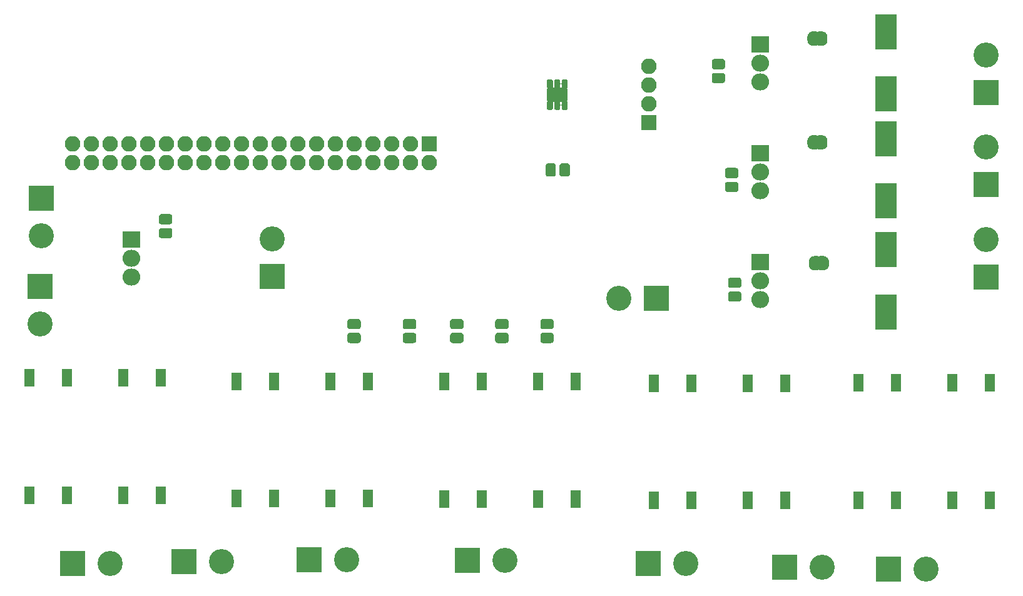
<source format=gbr>
G04 #@! TF.GenerationSoftware,KiCad,Pcbnew,(5.0.0)*
G04 #@! TF.CreationDate,2021-03-26T16:55:41-04:00*
G04 #@! TF.ProjectId,Projet_ControlledEnvironment,50726F6A65745F436F6E74726F6C6C65,2.0*
G04 #@! TF.SameCoordinates,Original*
G04 #@! TF.FileFunction,Soldermask,Top*
G04 #@! TF.FilePolarity,Negative*
%FSLAX46Y46*%
G04 Gerber Fmt 4.6, Leading zero omitted, Abs format (unit mm)*
G04 Created by KiCad (PCBNEW (5.0.0)) date 03/26/21 16:55:41*
%MOMM*%
%LPD*%
G01*
G04 APERTURE LIST*
%ADD10O,2.400000X2.305000*%
%ADD11R,2.400000X2.305000*%
%ADD12R,2.900000X4.800000*%
%ADD13R,1.350000X2.400000*%
%ADD14O,2.100000X2.100000*%
%ADD15R,2.100000X2.100000*%
%ADD16C,3.400000*%
%ADD17R,3.400000X3.400000*%
%ADD18C,0.100000*%
%ADD19C,1.375000*%
%ADD20C,1.900000*%
%ADD21C,0.800000*%
%ADD22C,0.500000*%
G04 APERTURE END LIST*
D10*
G04 #@! TO.C,U209*
X77400000Y-78480000D03*
X77400000Y-75940000D03*
D11*
X77400000Y-73400000D03*
G04 #@! TD*
D12*
G04 #@! TO.C,C203*
X179500000Y-74800000D03*
X179500000Y-83200000D03*
G04 #@! TD*
G04 #@! TO.C,C201*
X179500000Y-53700000D03*
X179500000Y-45300000D03*
G04 #@! TD*
G04 #@! TO.C,C202*
X179500000Y-59800000D03*
X179500000Y-68200000D03*
G04 #@! TD*
D10*
G04 #@! TO.C,U203*
X162500000Y-81580000D03*
X162500000Y-79040000D03*
D11*
X162500000Y-76500000D03*
G04 #@! TD*
D13*
G04 #@! TO.C,U205*
X81340000Y-108000000D03*
X81340000Y-92100000D03*
X76260000Y-108000000D03*
X76260000Y-92100000D03*
X68640000Y-108000000D03*
X68640000Y-92100000D03*
X63560000Y-108000000D03*
X63560000Y-92100000D03*
G04 #@! TD*
D14*
G04 #@! TO.C,J201*
X84610301Y-60460000D03*
X92230301Y-63000000D03*
X112550301Y-63000000D03*
X94770301Y-60460000D03*
X97310301Y-60460000D03*
X102390301Y-60460000D03*
X107470301Y-63000000D03*
X112550301Y-60460000D03*
X82070301Y-63000000D03*
X92230301Y-60460000D03*
X79530301Y-63000000D03*
X107470301Y-60460000D03*
X71910301Y-63000000D03*
X84610301Y-63000000D03*
X71910301Y-60460000D03*
X74450301Y-60460000D03*
X115090301Y-63000000D03*
X79530301Y-60460000D03*
X94770301Y-63000000D03*
X115090301Y-60460000D03*
X76990301Y-63000000D03*
X87150301Y-63000000D03*
X69370301Y-63000000D03*
X104930301Y-63000000D03*
X89690301Y-63000000D03*
X97310301Y-63000000D03*
X69370301Y-60460000D03*
X76990301Y-60460000D03*
X74450301Y-63000000D03*
X99850301Y-63000000D03*
X117630301Y-63000000D03*
X110010301Y-60460000D03*
X89690301Y-60460000D03*
X102390301Y-63000000D03*
X104930301Y-60460000D03*
D15*
X117630301Y-60460000D03*
D14*
X87150301Y-60460000D03*
X99850301Y-60460000D03*
X110010301Y-63000000D03*
X82070301Y-60460000D03*
G04 #@! TD*
D16*
G04 #@! TO.C,J409*
X184880000Y-118050000D03*
D17*
X179800000Y-118050000D03*
G04 #@! TD*
D10*
G04 #@! TO.C,U201*
X162500000Y-52080000D03*
X162500000Y-49540000D03*
D11*
X162500000Y-47000000D03*
G04 #@! TD*
D10*
G04 #@! TO.C,U202*
X162500000Y-66830000D03*
X162500000Y-64290000D03*
D11*
X162500000Y-61750000D03*
G04 #@! TD*
D18*
G04 #@! TO.C,C404*
G36*
X134502442Y-63101655D02*
X134535811Y-63106605D01*
X134568534Y-63114802D01*
X134600296Y-63126166D01*
X134630792Y-63140590D01*
X134659726Y-63157932D01*
X134686822Y-63178028D01*
X134711817Y-63200682D01*
X134734471Y-63225677D01*
X134754567Y-63252773D01*
X134771909Y-63281707D01*
X134786333Y-63312203D01*
X134797697Y-63343965D01*
X134805894Y-63376688D01*
X134810844Y-63410057D01*
X134812499Y-63443750D01*
X134812499Y-64556250D01*
X134810844Y-64589943D01*
X134805894Y-64623312D01*
X134797697Y-64656035D01*
X134786333Y-64687797D01*
X134771909Y-64718293D01*
X134754567Y-64747227D01*
X134734471Y-64774323D01*
X134711817Y-64799318D01*
X134686822Y-64821972D01*
X134659726Y-64842068D01*
X134630792Y-64859410D01*
X134600296Y-64873834D01*
X134568534Y-64885198D01*
X134535811Y-64893395D01*
X134502442Y-64898345D01*
X134468749Y-64900000D01*
X133781249Y-64900000D01*
X133747556Y-64898345D01*
X133714187Y-64893395D01*
X133681464Y-64885198D01*
X133649702Y-64873834D01*
X133619206Y-64859410D01*
X133590272Y-64842068D01*
X133563176Y-64821972D01*
X133538181Y-64799318D01*
X133515527Y-64774323D01*
X133495431Y-64747227D01*
X133478089Y-64718293D01*
X133463665Y-64687797D01*
X133452301Y-64656035D01*
X133444104Y-64623312D01*
X133439154Y-64589943D01*
X133437499Y-64556250D01*
X133437499Y-63443750D01*
X133439154Y-63410057D01*
X133444104Y-63376688D01*
X133452301Y-63343965D01*
X133463665Y-63312203D01*
X133478089Y-63281707D01*
X133495431Y-63252773D01*
X133515527Y-63225677D01*
X133538181Y-63200682D01*
X133563176Y-63178028D01*
X133590272Y-63157932D01*
X133619206Y-63140590D01*
X133649702Y-63126166D01*
X133681464Y-63114802D01*
X133714187Y-63106605D01*
X133747556Y-63101655D01*
X133781249Y-63100000D01*
X134468749Y-63100000D01*
X134502442Y-63101655D01*
X134502442Y-63101655D01*
G37*
D19*
X134124999Y-64000000D03*
D18*
G36*
X136377442Y-63101655D02*
X136410811Y-63106605D01*
X136443534Y-63114802D01*
X136475296Y-63126166D01*
X136505792Y-63140590D01*
X136534726Y-63157932D01*
X136561822Y-63178028D01*
X136586817Y-63200682D01*
X136609471Y-63225677D01*
X136629567Y-63252773D01*
X136646909Y-63281707D01*
X136661333Y-63312203D01*
X136672697Y-63343965D01*
X136680894Y-63376688D01*
X136685844Y-63410057D01*
X136687499Y-63443750D01*
X136687499Y-64556250D01*
X136685844Y-64589943D01*
X136680894Y-64623312D01*
X136672697Y-64656035D01*
X136661333Y-64687797D01*
X136646909Y-64718293D01*
X136629567Y-64747227D01*
X136609471Y-64774323D01*
X136586817Y-64799318D01*
X136561822Y-64821972D01*
X136534726Y-64842068D01*
X136505792Y-64859410D01*
X136475296Y-64873834D01*
X136443534Y-64885198D01*
X136410811Y-64893395D01*
X136377442Y-64898345D01*
X136343749Y-64900000D01*
X135656249Y-64900000D01*
X135622556Y-64898345D01*
X135589187Y-64893395D01*
X135556464Y-64885198D01*
X135524702Y-64873834D01*
X135494206Y-64859410D01*
X135465272Y-64842068D01*
X135438176Y-64821972D01*
X135413181Y-64799318D01*
X135390527Y-64774323D01*
X135370431Y-64747227D01*
X135353089Y-64718293D01*
X135338665Y-64687797D01*
X135327301Y-64656035D01*
X135319104Y-64623312D01*
X135314154Y-64589943D01*
X135312499Y-64556250D01*
X135312499Y-63443750D01*
X135314154Y-63410057D01*
X135319104Y-63376688D01*
X135327301Y-63343965D01*
X135338665Y-63312203D01*
X135353089Y-63281707D01*
X135370431Y-63252773D01*
X135390527Y-63225677D01*
X135413181Y-63200682D01*
X135438176Y-63178028D01*
X135465272Y-63157932D01*
X135494206Y-63140590D01*
X135524702Y-63126166D01*
X135556464Y-63114802D01*
X135589187Y-63106605D01*
X135622556Y-63101655D01*
X135656249Y-63100000D01*
X136343749Y-63100000D01*
X136377442Y-63101655D01*
X136377442Y-63101655D01*
G37*
D19*
X135999999Y-64000000D03*
G04 #@! TD*
D16*
G04 #@! TO.C,J401*
X193000000Y-48420000D03*
D17*
X193000000Y-53500000D03*
G04 #@! TD*
G04 #@! TO.C,J402*
X193000000Y-66000000D03*
D16*
X193000000Y-60920000D03*
G04 #@! TD*
G04 #@! TO.C,J403*
X193000000Y-73420000D03*
D17*
X193000000Y-78500000D03*
G04 #@! TD*
D15*
G04 #@! TO.C,J404*
X147400000Y-57600000D03*
D14*
X147400000Y-55060000D03*
X147400000Y-52520000D03*
X147400000Y-49980000D03*
G04 #@! TD*
D17*
G04 #@! TO.C,J405*
X69450000Y-117300000D03*
D16*
X74530000Y-117300000D03*
G04 #@! TD*
D17*
G04 #@! TO.C,J406*
X84450000Y-117050000D03*
D16*
X89530000Y-117050000D03*
G04 #@! TD*
G04 #@! TO.C,J407*
X106530000Y-116800000D03*
D17*
X101450000Y-116800000D03*
G04 #@! TD*
G04 #@! TO.C,J408*
X122850000Y-116850000D03*
D16*
X127930000Y-116850000D03*
G04 #@! TD*
D17*
G04 #@! TO.C,J410*
X147334136Y-117250000D03*
D16*
X152414135Y-117250000D03*
G04 #@! TD*
D18*
G04 #@! TO.C,R207*
G36*
X157389943Y-48976655D02*
X157423312Y-48981605D01*
X157456035Y-48989802D01*
X157487797Y-49001166D01*
X157518293Y-49015590D01*
X157547227Y-49032932D01*
X157574323Y-49053028D01*
X157599318Y-49075682D01*
X157621972Y-49100677D01*
X157642068Y-49127773D01*
X157659410Y-49156707D01*
X157673834Y-49187203D01*
X157685198Y-49218965D01*
X157693395Y-49251688D01*
X157698345Y-49285057D01*
X157700000Y-49318750D01*
X157700000Y-50006250D01*
X157698345Y-50039943D01*
X157693395Y-50073312D01*
X157685198Y-50106035D01*
X157673834Y-50137797D01*
X157659410Y-50168293D01*
X157642068Y-50197227D01*
X157621972Y-50224323D01*
X157599318Y-50249318D01*
X157574323Y-50271972D01*
X157547227Y-50292068D01*
X157518293Y-50309410D01*
X157487797Y-50323834D01*
X157456035Y-50335198D01*
X157423312Y-50343395D01*
X157389943Y-50348345D01*
X157356250Y-50350000D01*
X156243750Y-50350000D01*
X156210057Y-50348345D01*
X156176688Y-50343395D01*
X156143965Y-50335198D01*
X156112203Y-50323834D01*
X156081707Y-50309410D01*
X156052773Y-50292068D01*
X156025677Y-50271972D01*
X156000682Y-50249318D01*
X155978028Y-50224323D01*
X155957932Y-50197227D01*
X155940590Y-50168293D01*
X155926166Y-50137797D01*
X155914802Y-50106035D01*
X155906605Y-50073312D01*
X155901655Y-50039943D01*
X155900000Y-50006250D01*
X155900000Y-49318750D01*
X155901655Y-49285057D01*
X155906605Y-49251688D01*
X155914802Y-49218965D01*
X155926166Y-49187203D01*
X155940590Y-49156707D01*
X155957932Y-49127773D01*
X155978028Y-49100677D01*
X156000682Y-49075682D01*
X156025677Y-49053028D01*
X156052773Y-49032932D01*
X156081707Y-49015590D01*
X156112203Y-49001166D01*
X156143965Y-48989802D01*
X156176688Y-48981605D01*
X156210057Y-48976655D01*
X156243750Y-48975000D01*
X157356250Y-48975000D01*
X157389943Y-48976655D01*
X157389943Y-48976655D01*
G37*
D19*
X156800000Y-49662500D03*
D18*
G36*
X157389943Y-50851655D02*
X157423312Y-50856605D01*
X157456035Y-50864802D01*
X157487797Y-50876166D01*
X157518293Y-50890590D01*
X157547227Y-50907932D01*
X157574323Y-50928028D01*
X157599318Y-50950682D01*
X157621972Y-50975677D01*
X157642068Y-51002773D01*
X157659410Y-51031707D01*
X157673834Y-51062203D01*
X157685198Y-51093965D01*
X157693395Y-51126688D01*
X157698345Y-51160057D01*
X157700000Y-51193750D01*
X157700000Y-51881250D01*
X157698345Y-51914943D01*
X157693395Y-51948312D01*
X157685198Y-51981035D01*
X157673834Y-52012797D01*
X157659410Y-52043293D01*
X157642068Y-52072227D01*
X157621972Y-52099323D01*
X157599318Y-52124318D01*
X157574323Y-52146972D01*
X157547227Y-52167068D01*
X157518293Y-52184410D01*
X157487797Y-52198834D01*
X157456035Y-52210198D01*
X157423312Y-52218395D01*
X157389943Y-52223345D01*
X157356250Y-52225000D01*
X156243750Y-52225000D01*
X156210057Y-52223345D01*
X156176688Y-52218395D01*
X156143965Y-52210198D01*
X156112203Y-52198834D01*
X156081707Y-52184410D01*
X156052773Y-52167068D01*
X156025677Y-52146972D01*
X156000682Y-52124318D01*
X155978028Y-52099323D01*
X155957932Y-52072227D01*
X155940590Y-52043293D01*
X155926166Y-52012797D01*
X155914802Y-51981035D01*
X155906605Y-51948312D01*
X155901655Y-51914943D01*
X155900000Y-51881250D01*
X155900000Y-51193750D01*
X155901655Y-51160057D01*
X155906605Y-51126688D01*
X155914802Y-51093965D01*
X155926166Y-51062203D01*
X155940590Y-51031707D01*
X155957932Y-51002773D01*
X155978028Y-50975677D01*
X156000682Y-50950682D01*
X156025677Y-50928028D01*
X156052773Y-50907932D01*
X156081707Y-50890590D01*
X156112203Y-50876166D01*
X156143965Y-50864802D01*
X156176688Y-50856605D01*
X156210057Y-50851655D01*
X156243750Y-50850000D01*
X157356250Y-50850000D01*
X157389943Y-50851655D01*
X157389943Y-50851655D01*
G37*
D19*
X156800000Y-51537500D03*
G04 #@! TD*
D18*
G04 #@! TO.C,R208*
G36*
X159189943Y-65589156D02*
X159223312Y-65594106D01*
X159256035Y-65602303D01*
X159287797Y-65613667D01*
X159318293Y-65628091D01*
X159347227Y-65645433D01*
X159374323Y-65665529D01*
X159399318Y-65688183D01*
X159421972Y-65713178D01*
X159442068Y-65740274D01*
X159459410Y-65769208D01*
X159473834Y-65799704D01*
X159485198Y-65831466D01*
X159493395Y-65864189D01*
X159498345Y-65897558D01*
X159500000Y-65931251D01*
X159500000Y-66618751D01*
X159498345Y-66652444D01*
X159493395Y-66685813D01*
X159485198Y-66718536D01*
X159473834Y-66750298D01*
X159459410Y-66780794D01*
X159442068Y-66809728D01*
X159421972Y-66836824D01*
X159399318Y-66861819D01*
X159374323Y-66884473D01*
X159347227Y-66904569D01*
X159318293Y-66921911D01*
X159287797Y-66936335D01*
X159256035Y-66947699D01*
X159223312Y-66955896D01*
X159189943Y-66960846D01*
X159156250Y-66962501D01*
X158043750Y-66962501D01*
X158010057Y-66960846D01*
X157976688Y-66955896D01*
X157943965Y-66947699D01*
X157912203Y-66936335D01*
X157881707Y-66921911D01*
X157852773Y-66904569D01*
X157825677Y-66884473D01*
X157800682Y-66861819D01*
X157778028Y-66836824D01*
X157757932Y-66809728D01*
X157740590Y-66780794D01*
X157726166Y-66750298D01*
X157714802Y-66718536D01*
X157706605Y-66685813D01*
X157701655Y-66652444D01*
X157700000Y-66618751D01*
X157700000Y-65931251D01*
X157701655Y-65897558D01*
X157706605Y-65864189D01*
X157714802Y-65831466D01*
X157726166Y-65799704D01*
X157740590Y-65769208D01*
X157757932Y-65740274D01*
X157778028Y-65713178D01*
X157800682Y-65688183D01*
X157825677Y-65665529D01*
X157852773Y-65645433D01*
X157881707Y-65628091D01*
X157912203Y-65613667D01*
X157943965Y-65602303D01*
X157976688Y-65594106D01*
X158010057Y-65589156D01*
X158043750Y-65587501D01*
X159156250Y-65587501D01*
X159189943Y-65589156D01*
X159189943Y-65589156D01*
G37*
D19*
X158600000Y-66275001D03*
D18*
G36*
X159189943Y-63714156D02*
X159223312Y-63719106D01*
X159256035Y-63727303D01*
X159287797Y-63738667D01*
X159318293Y-63753091D01*
X159347227Y-63770433D01*
X159374323Y-63790529D01*
X159399318Y-63813183D01*
X159421972Y-63838178D01*
X159442068Y-63865274D01*
X159459410Y-63894208D01*
X159473834Y-63924704D01*
X159485198Y-63956466D01*
X159493395Y-63989189D01*
X159498345Y-64022558D01*
X159500000Y-64056251D01*
X159500000Y-64743751D01*
X159498345Y-64777444D01*
X159493395Y-64810813D01*
X159485198Y-64843536D01*
X159473834Y-64875298D01*
X159459410Y-64905794D01*
X159442068Y-64934728D01*
X159421972Y-64961824D01*
X159399318Y-64986819D01*
X159374323Y-65009473D01*
X159347227Y-65029569D01*
X159318293Y-65046911D01*
X159287797Y-65061335D01*
X159256035Y-65072699D01*
X159223312Y-65080896D01*
X159189943Y-65085846D01*
X159156250Y-65087501D01*
X158043750Y-65087501D01*
X158010057Y-65085846D01*
X157976688Y-65080896D01*
X157943965Y-65072699D01*
X157912203Y-65061335D01*
X157881707Y-65046911D01*
X157852773Y-65029569D01*
X157825677Y-65009473D01*
X157800682Y-64986819D01*
X157778028Y-64961824D01*
X157757932Y-64934728D01*
X157740590Y-64905794D01*
X157726166Y-64875298D01*
X157714802Y-64843536D01*
X157706605Y-64810813D01*
X157701655Y-64777444D01*
X157700000Y-64743751D01*
X157700000Y-64056251D01*
X157701655Y-64022558D01*
X157706605Y-63989189D01*
X157714802Y-63956466D01*
X157726166Y-63924704D01*
X157740590Y-63894208D01*
X157757932Y-63865274D01*
X157778028Y-63838178D01*
X157800682Y-63813183D01*
X157825677Y-63790529D01*
X157852773Y-63770433D01*
X157881707Y-63753091D01*
X157912203Y-63738667D01*
X157943965Y-63727303D01*
X157976688Y-63719106D01*
X158010057Y-63714156D01*
X158043750Y-63712501D01*
X159156250Y-63712501D01*
X159189943Y-63714156D01*
X159189943Y-63714156D01*
G37*
D19*
X158600000Y-64400001D03*
G04 #@! TD*
D18*
G04 #@! TO.C,R209*
G36*
X159589943Y-80451655D02*
X159623312Y-80456605D01*
X159656035Y-80464802D01*
X159687797Y-80476166D01*
X159718293Y-80490590D01*
X159747227Y-80507932D01*
X159774323Y-80528028D01*
X159799318Y-80550682D01*
X159821972Y-80575677D01*
X159842068Y-80602773D01*
X159859410Y-80631707D01*
X159873834Y-80662203D01*
X159885198Y-80693965D01*
X159893395Y-80726688D01*
X159898345Y-80760057D01*
X159900000Y-80793750D01*
X159900000Y-81481250D01*
X159898345Y-81514943D01*
X159893395Y-81548312D01*
X159885198Y-81581035D01*
X159873834Y-81612797D01*
X159859410Y-81643293D01*
X159842068Y-81672227D01*
X159821972Y-81699323D01*
X159799318Y-81724318D01*
X159774323Y-81746972D01*
X159747227Y-81767068D01*
X159718293Y-81784410D01*
X159687797Y-81798834D01*
X159656035Y-81810198D01*
X159623312Y-81818395D01*
X159589943Y-81823345D01*
X159556250Y-81825000D01*
X158443750Y-81825000D01*
X158410057Y-81823345D01*
X158376688Y-81818395D01*
X158343965Y-81810198D01*
X158312203Y-81798834D01*
X158281707Y-81784410D01*
X158252773Y-81767068D01*
X158225677Y-81746972D01*
X158200682Y-81724318D01*
X158178028Y-81699323D01*
X158157932Y-81672227D01*
X158140590Y-81643293D01*
X158126166Y-81612797D01*
X158114802Y-81581035D01*
X158106605Y-81548312D01*
X158101655Y-81514943D01*
X158100000Y-81481250D01*
X158100000Y-80793750D01*
X158101655Y-80760057D01*
X158106605Y-80726688D01*
X158114802Y-80693965D01*
X158126166Y-80662203D01*
X158140590Y-80631707D01*
X158157932Y-80602773D01*
X158178028Y-80575677D01*
X158200682Y-80550682D01*
X158225677Y-80528028D01*
X158252773Y-80507932D01*
X158281707Y-80490590D01*
X158312203Y-80476166D01*
X158343965Y-80464802D01*
X158376688Y-80456605D01*
X158410057Y-80451655D01*
X158443750Y-80450000D01*
X159556250Y-80450000D01*
X159589943Y-80451655D01*
X159589943Y-80451655D01*
G37*
D19*
X159000000Y-81137500D03*
D18*
G36*
X159589943Y-78576655D02*
X159623312Y-78581605D01*
X159656035Y-78589802D01*
X159687797Y-78601166D01*
X159718293Y-78615590D01*
X159747227Y-78632932D01*
X159774323Y-78653028D01*
X159799318Y-78675682D01*
X159821972Y-78700677D01*
X159842068Y-78727773D01*
X159859410Y-78756707D01*
X159873834Y-78787203D01*
X159885198Y-78818965D01*
X159893395Y-78851688D01*
X159898345Y-78885057D01*
X159900000Y-78918750D01*
X159900000Y-79606250D01*
X159898345Y-79639943D01*
X159893395Y-79673312D01*
X159885198Y-79706035D01*
X159873834Y-79737797D01*
X159859410Y-79768293D01*
X159842068Y-79797227D01*
X159821972Y-79824323D01*
X159799318Y-79849318D01*
X159774323Y-79871972D01*
X159747227Y-79892068D01*
X159718293Y-79909410D01*
X159687797Y-79923834D01*
X159656035Y-79935198D01*
X159623312Y-79943395D01*
X159589943Y-79948345D01*
X159556250Y-79950000D01*
X158443750Y-79950000D01*
X158410057Y-79948345D01*
X158376688Y-79943395D01*
X158343965Y-79935198D01*
X158312203Y-79923834D01*
X158281707Y-79909410D01*
X158252773Y-79892068D01*
X158225677Y-79871972D01*
X158200682Y-79849318D01*
X158178028Y-79824323D01*
X158157932Y-79797227D01*
X158140590Y-79768293D01*
X158126166Y-79737797D01*
X158114802Y-79706035D01*
X158106605Y-79673312D01*
X158101655Y-79639943D01*
X158100000Y-79606250D01*
X158100000Y-78918750D01*
X158101655Y-78885057D01*
X158106605Y-78851688D01*
X158114802Y-78818965D01*
X158126166Y-78787203D01*
X158140590Y-78756707D01*
X158157932Y-78727773D01*
X158178028Y-78700677D01*
X158200682Y-78675682D01*
X158225677Y-78653028D01*
X158252773Y-78632932D01*
X158281707Y-78615590D01*
X158312203Y-78601166D01*
X158343965Y-78589802D01*
X158376688Y-78581605D01*
X158410057Y-78576655D01*
X158443750Y-78575000D01*
X159556250Y-78575000D01*
X159589943Y-78576655D01*
X159589943Y-78576655D01*
G37*
D19*
X159000000Y-79262500D03*
G04 #@! TD*
D18*
G04 #@! TO.C,R210*
G36*
X128089943Y-84176655D02*
X128123312Y-84181605D01*
X128156035Y-84189802D01*
X128187797Y-84201166D01*
X128218293Y-84215590D01*
X128247227Y-84232932D01*
X128274323Y-84253028D01*
X128299318Y-84275682D01*
X128321972Y-84300677D01*
X128342068Y-84327773D01*
X128359410Y-84356707D01*
X128373834Y-84387203D01*
X128385198Y-84418965D01*
X128393395Y-84451688D01*
X128398345Y-84485057D01*
X128400000Y-84518750D01*
X128400000Y-85206250D01*
X128398345Y-85239943D01*
X128393395Y-85273312D01*
X128385198Y-85306035D01*
X128373834Y-85337797D01*
X128359410Y-85368293D01*
X128342068Y-85397227D01*
X128321972Y-85424323D01*
X128299318Y-85449318D01*
X128274323Y-85471972D01*
X128247227Y-85492068D01*
X128218293Y-85509410D01*
X128187797Y-85523834D01*
X128156035Y-85535198D01*
X128123312Y-85543395D01*
X128089943Y-85548345D01*
X128056250Y-85550000D01*
X126943750Y-85550000D01*
X126910057Y-85548345D01*
X126876688Y-85543395D01*
X126843965Y-85535198D01*
X126812203Y-85523834D01*
X126781707Y-85509410D01*
X126752773Y-85492068D01*
X126725677Y-85471972D01*
X126700682Y-85449318D01*
X126678028Y-85424323D01*
X126657932Y-85397227D01*
X126640590Y-85368293D01*
X126626166Y-85337797D01*
X126614802Y-85306035D01*
X126606605Y-85273312D01*
X126601655Y-85239943D01*
X126600000Y-85206250D01*
X126600000Y-84518750D01*
X126601655Y-84485057D01*
X126606605Y-84451688D01*
X126614802Y-84418965D01*
X126626166Y-84387203D01*
X126640590Y-84356707D01*
X126657932Y-84327773D01*
X126678028Y-84300677D01*
X126700682Y-84275682D01*
X126725677Y-84253028D01*
X126752773Y-84232932D01*
X126781707Y-84215590D01*
X126812203Y-84201166D01*
X126843965Y-84189802D01*
X126876688Y-84181605D01*
X126910057Y-84176655D01*
X126943750Y-84175000D01*
X128056250Y-84175000D01*
X128089943Y-84176655D01*
X128089943Y-84176655D01*
G37*
D19*
X127500000Y-84862500D03*
D18*
G36*
X128089943Y-86051655D02*
X128123312Y-86056605D01*
X128156035Y-86064802D01*
X128187797Y-86076166D01*
X128218293Y-86090590D01*
X128247227Y-86107932D01*
X128274323Y-86128028D01*
X128299318Y-86150682D01*
X128321972Y-86175677D01*
X128342068Y-86202773D01*
X128359410Y-86231707D01*
X128373834Y-86262203D01*
X128385198Y-86293965D01*
X128393395Y-86326688D01*
X128398345Y-86360057D01*
X128400000Y-86393750D01*
X128400000Y-87081250D01*
X128398345Y-87114943D01*
X128393395Y-87148312D01*
X128385198Y-87181035D01*
X128373834Y-87212797D01*
X128359410Y-87243293D01*
X128342068Y-87272227D01*
X128321972Y-87299323D01*
X128299318Y-87324318D01*
X128274323Y-87346972D01*
X128247227Y-87367068D01*
X128218293Y-87384410D01*
X128187797Y-87398834D01*
X128156035Y-87410198D01*
X128123312Y-87418395D01*
X128089943Y-87423345D01*
X128056250Y-87425000D01*
X126943750Y-87425000D01*
X126910057Y-87423345D01*
X126876688Y-87418395D01*
X126843965Y-87410198D01*
X126812203Y-87398834D01*
X126781707Y-87384410D01*
X126752773Y-87367068D01*
X126725677Y-87346972D01*
X126700682Y-87324318D01*
X126678028Y-87299323D01*
X126657932Y-87272227D01*
X126640590Y-87243293D01*
X126626166Y-87212797D01*
X126614802Y-87181035D01*
X126606605Y-87148312D01*
X126601655Y-87114943D01*
X126600000Y-87081250D01*
X126600000Y-86393750D01*
X126601655Y-86360057D01*
X126606605Y-86326688D01*
X126614802Y-86293965D01*
X126626166Y-86262203D01*
X126640590Y-86231707D01*
X126657932Y-86202773D01*
X126678028Y-86175677D01*
X126700682Y-86150682D01*
X126725677Y-86128028D01*
X126752773Y-86107932D01*
X126781707Y-86090590D01*
X126812203Y-86076166D01*
X126843965Y-86064802D01*
X126876688Y-86056605D01*
X126910057Y-86051655D01*
X126943750Y-86050000D01*
X128056250Y-86050000D01*
X128089943Y-86051655D01*
X128089943Y-86051655D01*
G37*
D19*
X127500000Y-86737500D03*
G04 #@! TD*
D18*
G04 #@! TO.C,R211*
G36*
X108089943Y-84176655D02*
X108123312Y-84181605D01*
X108156035Y-84189802D01*
X108187797Y-84201166D01*
X108218293Y-84215590D01*
X108247227Y-84232932D01*
X108274323Y-84253028D01*
X108299318Y-84275682D01*
X108321972Y-84300677D01*
X108342068Y-84327773D01*
X108359410Y-84356707D01*
X108373834Y-84387203D01*
X108385198Y-84418965D01*
X108393395Y-84451688D01*
X108398345Y-84485057D01*
X108400000Y-84518750D01*
X108400000Y-85206250D01*
X108398345Y-85239943D01*
X108393395Y-85273312D01*
X108385198Y-85306035D01*
X108373834Y-85337797D01*
X108359410Y-85368293D01*
X108342068Y-85397227D01*
X108321972Y-85424323D01*
X108299318Y-85449318D01*
X108274323Y-85471972D01*
X108247227Y-85492068D01*
X108218293Y-85509410D01*
X108187797Y-85523834D01*
X108156035Y-85535198D01*
X108123312Y-85543395D01*
X108089943Y-85548345D01*
X108056250Y-85550000D01*
X106943750Y-85550000D01*
X106910057Y-85548345D01*
X106876688Y-85543395D01*
X106843965Y-85535198D01*
X106812203Y-85523834D01*
X106781707Y-85509410D01*
X106752773Y-85492068D01*
X106725677Y-85471972D01*
X106700682Y-85449318D01*
X106678028Y-85424323D01*
X106657932Y-85397227D01*
X106640590Y-85368293D01*
X106626166Y-85337797D01*
X106614802Y-85306035D01*
X106606605Y-85273312D01*
X106601655Y-85239943D01*
X106600000Y-85206250D01*
X106600000Y-84518750D01*
X106601655Y-84485057D01*
X106606605Y-84451688D01*
X106614802Y-84418965D01*
X106626166Y-84387203D01*
X106640590Y-84356707D01*
X106657932Y-84327773D01*
X106678028Y-84300677D01*
X106700682Y-84275682D01*
X106725677Y-84253028D01*
X106752773Y-84232932D01*
X106781707Y-84215590D01*
X106812203Y-84201166D01*
X106843965Y-84189802D01*
X106876688Y-84181605D01*
X106910057Y-84176655D01*
X106943750Y-84175000D01*
X108056250Y-84175000D01*
X108089943Y-84176655D01*
X108089943Y-84176655D01*
G37*
D19*
X107500000Y-84862500D03*
D18*
G36*
X108089943Y-86051655D02*
X108123312Y-86056605D01*
X108156035Y-86064802D01*
X108187797Y-86076166D01*
X108218293Y-86090590D01*
X108247227Y-86107932D01*
X108274323Y-86128028D01*
X108299318Y-86150682D01*
X108321972Y-86175677D01*
X108342068Y-86202773D01*
X108359410Y-86231707D01*
X108373834Y-86262203D01*
X108385198Y-86293965D01*
X108393395Y-86326688D01*
X108398345Y-86360057D01*
X108400000Y-86393750D01*
X108400000Y-87081250D01*
X108398345Y-87114943D01*
X108393395Y-87148312D01*
X108385198Y-87181035D01*
X108373834Y-87212797D01*
X108359410Y-87243293D01*
X108342068Y-87272227D01*
X108321972Y-87299323D01*
X108299318Y-87324318D01*
X108274323Y-87346972D01*
X108247227Y-87367068D01*
X108218293Y-87384410D01*
X108187797Y-87398834D01*
X108156035Y-87410198D01*
X108123312Y-87418395D01*
X108089943Y-87423345D01*
X108056250Y-87425000D01*
X106943750Y-87425000D01*
X106910057Y-87423345D01*
X106876688Y-87418395D01*
X106843965Y-87410198D01*
X106812203Y-87398834D01*
X106781707Y-87384410D01*
X106752773Y-87367068D01*
X106725677Y-87346972D01*
X106700682Y-87324318D01*
X106678028Y-87299323D01*
X106657932Y-87272227D01*
X106640590Y-87243293D01*
X106626166Y-87212797D01*
X106614802Y-87181035D01*
X106606605Y-87148312D01*
X106601655Y-87114943D01*
X106600000Y-87081250D01*
X106600000Y-86393750D01*
X106601655Y-86360057D01*
X106606605Y-86326688D01*
X106614802Y-86293965D01*
X106626166Y-86262203D01*
X106640590Y-86231707D01*
X106657932Y-86202773D01*
X106678028Y-86175677D01*
X106700682Y-86150682D01*
X106725677Y-86128028D01*
X106752773Y-86107932D01*
X106781707Y-86090590D01*
X106812203Y-86076166D01*
X106843965Y-86064802D01*
X106876688Y-86056605D01*
X106910057Y-86051655D01*
X106943750Y-86050000D01*
X108056250Y-86050000D01*
X108089943Y-86051655D01*
X108089943Y-86051655D01*
G37*
D19*
X107500000Y-86737500D03*
G04 #@! TD*
D18*
G04 #@! TO.C,R212*
G36*
X115589943Y-84176654D02*
X115623312Y-84181604D01*
X115656035Y-84189801D01*
X115687797Y-84201165D01*
X115718293Y-84215589D01*
X115747227Y-84232931D01*
X115774323Y-84253027D01*
X115799318Y-84275681D01*
X115821972Y-84300676D01*
X115842068Y-84327772D01*
X115859410Y-84356706D01*
X115873834Y-84387202D01*
X115885198Y-84418964D01*
X115893395Y-84451687D01*
X115898345Y-84485056D01*
X115900000Y-84518749D01*
X115900000Y-85206249D01*
X115898345Y-85239942D01*
X115893395Y-85273311D01*
X115885198Y-85306034D01*
X115873834Y-85337796D01*
X115859410Y-85368292D01*
X115842068Y-85397226D01*
X115821972Y-85424322D01*
X115799318Y-85449317D01*
X115774323Y-85471971D01*
X115747227Y-85492067D01*
X115718293Y-85509409D01*
X115687797Y-85523833D01*
X115656035Y-85535197D01*
X115623312Y-85543394D01*
X115589943Y-85548344D01*
X115556250Y-85549999D01*
X114443750Y-85549999D01*
X114410057Y-85548344D01*
X114376688Y-85543394D01*
X114343965Y-85535197D01*
X114312203Y-85523833D01*
X114281707Y-85509409D01*
X114252773Y-85492067D01*
X114225677Y-85471971D01*
X114200682Y-85449317D01*
X114178028Y-85424322D01*
X114157932Y-85397226D01*
X114140590Y-85368292D01*
X114126166Y-85337796D01*
X114114802Y-85306034D01*
X114106605Y-85273311D01*
X114101655Y-85239942D01*
X114100000Y-85206249D01*
X114100000Y-84518749D01*
X114101655Y-84485056D01*
X114106605Y-84451687D01*
X114114802Y-84418964D01*
X114126166Y-84387202D01*
X114140590Y-84356706D01*
X114157932Y-84327772D01*
X114178028Y-84300676D01*
X114200682Y-84275681D01*
X114225677Y-84253027D01*
X114252773Y-84232931D01*
X114281707Y-84215589D01*
X114312203Y-84201165D01*
X114343965Y-84189801D01*
X114376688Y-84181604D01*
X114410057Y-84176654D01*
X114443750Y-84174999D01*
X115556250Y-84174999D01*
X115589943Y-84176654D01*
X115589943Y-84176654D01*
G37*
D19*
X115000000Y-84862499D03*
D18*
G36*
X115589943Y-86051656D02*
X115623312Y-86056606D01*
X115656035Y-86064803D01*
X115687797Y-86076167D01*
X115718293Y-86090591D01*
X115747227Y-86107933D01*
X115774323Y-86128029D01*
X115799318Y-86150683D01*
X115821972Y-86175678D01*
X115842068Y-86202774D01*
X115859410Y-86231708D01*
X115873834Y-86262204D01*
X115885198Y-86293966D01*
X115893395Y-86326689D01*
X115898345Y-86360058D01*
X115900000Y-86393751D01*
X115900000Y-87081251D01*
X115898345Y-87114944D01*
X115893395Y-87148313D01*
X115885198Y-87181036D01*
X115873834Y-87212798D01*
X115859410Y-87243294D01*
X115842068Y-87272228D01*
X115821972Y-87299324D01*
X115799318Y-87324319D01*
X115774323Y-87346973D01*
X115747227Y-87367069D01*
X115718293Y-87384411D01*
X115687797Y-87398835D01*
X115656035Y-87410199D01*
X115623312Y-87418396D01*
X115589943Y-87423346D01*
X115556250Y-87425001D01*
X114443750Y-87425001D01*
X114410057Y-87423346D01*
X114376688Y-87418396D01*
X114343965Y-87410199D01*
X114312203Y-87398835D01*
X114281707Y-87384411D01*
X114252773Y-87367069D01*
X114225677Y-87346973D01*
X114200682Y-87324319D01*
X114178028Y-87299324D01*
X114157932Y-87272228D01*
X114140590Y-87243294D01*
X114126166Y-87212798D01*
X114114802Y-87181036D01*
X114106605Y-87148313D01*
X114101655Y-87114944D01*
X114100000Y-87081251D01*
X114100000Y-86393751D01*
X114101655Y-86360058D01*
X114106605Y-86326689D01*
X114114802Y-86293966D01*
X114126166Y-86262204D01*
X114140590Y-86231708D01*
X114157932Y-86202774D01*
X114178028Y-86175678D01*
X114200682Y-86150683D01*
X114225677Y-86128029D01*
X114252773Y-86107933D01*
X114281707Y-86090591D01*
X114312203Y-86076167D01*
X114343965Y-86064803D01*
X114376688Y-86056606D01*
X114410057Y-86051656D01*
X114443750Y-86050001D01*
X115556250Y-86050001D01*
X115589943Y-86051656D01*
X115589943Y-86051656D01*
G37*
D19*
X115000000Y-86737501D03*
G04 #@! TD*
D18*
G04 #@! TO.C,R213*
G36*
X121989943Y-86051655D02*
X122023312Y-86056605D01*
X122056035Y-86064802D01*
X122087797Y-86076166D01*
X122118293Y-86090590D01*
X122147227Y-86107932D01*
X122174323Y-86128028D01*
X122199318Y-86150682D01*
X122221972Y-86175677D01*
X122242068Y-86202773D01*
X122259410Y-86231707D01*
X122273834Y-86262203D01*
X122285198Y-86293965D01*
X122293395Y-86326688D01*
X122298345Y-86360057D01*
X122300000Y-86393750D01*
X122300000Y-87081250D01*
X122298345Y-87114943D01*
X122293395Y-87148312D01*
X122285198Y-87181035D01*
X122273834Y-87212797D01*
X122259410Y-87243293D01*
X122242068Y-87272227D01*
X122221972Y-87299323D01*
X122199318Y-87324318D01*
X122174323Y-87346972D01*
X122147227Y-87367068D01*
X122118293Y-87384410D01*
X122087797Y-87398834D01*
X122056035Y-87410198D01*
X122023312Y-87418395D01*
X121989943Y-87423345D01*
X121956250Y-87425000D01*
X120843750Y-87425000D01*
X120810057Y-87423345D01*
X120776688Y-87418395D01*
X120743965Y-87410198D01*
X120712203Y-87398834D01*
X120681707Y-87384410D01*
X120652773Y-87367068D01*
X120625677Y-87346972D01*
X120600682Y-87324318D01*
X120578028Y-87299323D01*
X120557932Y-87272227D01*
X120540590Y-87243293D01*
X120526166Y-87212797D01*
X120514802Y-87181035D01*
X120506605Y-87148312D01*
X120501655Y-87114943D01*
X120500000Y-87081250D01*
X120500000Y-86393750D01*
X120501655Y-86360057D01*
X120506605Y-86326688D01*
X120514802Y-86293965D01*
X120526166Y-86262203D01*
X120540590Y-86231707D01*
X120557932Y-86202773D01*
X120578028Y-86175677D01*
X120600682Y-86150682D01*
X120625677Y-86128028D01*
X120652773Y-86107932D01*
X120681707Y-86090590D01*
X120712203Y-86076166D01*
X120743965Y-86064802D01*
X120776688Y-86056605D01*
X120810057Y-86051655D01*
X120843750Y-86050000D01*
X121956250Y-86050000D01*
X121989943Y-86051655D01*
X121989943Y-86051655D01*
G37*
D19*
X121400000Y-86737500D03*
D18*
G36*
X121989943Y-84176655D02*
X122023312Y-84181605D01*
X122056035Y-84189802D01*
X122087797Y-84201166D01*
X122118293Y-84215590D01*
X122147227Y-84232932D01*
X122174323Y-84253028D01*
X122199318Y-84275682D01*
X122221972Y-84300677D01*
X122242068Y-84327773D01*
X122259410Y-84356707D01*
X122273834Y-84387203D01*
X122285198Y-84418965D01*
X122293395Y-84451688D01*
X122298345Y-84485057D01*
X122300000Y-84518750D01*
X122300000Y-85206250D01*
X122298345Y-85239943D01*
X122293395Y-85273312D01*
X122285198Y-85306035D01*
X122273834Y-85337797D01*
X122259410Y-85368293D01*
X122242068Y-85397227D01*
X122221972Y-85424323D01*
X122199318Y-85449318D01*
X122174323Y-85471972D01*
X122147227Y-85492068D01*
X122118293Y-85509410D01*
X122087797Y-85523834D01*
X122056035Y-85535198D01*
X122023312Y-85543395D01*
X121989943Y-85548345D01*
X121956250Y-85550000D01*
X120843750Y-85550000D01*
X120810057Y-85548345D01*
X120776688Y-85543395D01*
X120743965Y-85535198D01*
X120712203Y-85523834D01*
X120681707Y-85509410D01*
X120652773Y-85492068D01*
X120625677Y-85471972D01*
X120600682Y-85449318D01*
X120578028Y-85424323D01*
X120557932Y-85397227D01*
X120540590Y-85368293D01*
X120526166Y-85337797D01*
X120514802Y-85306035D01*
X120506605Y-85273312D01*
X120501655Y-85239943D01*
X120500000Y-85206250D01*
X120500000Y-84518750D01*
X120501655Y-84485057D01*
X120506605Y-84451688D01*
X120514802Y-84418965D01*
X120526166Y-84387203D01*
X120540590Y-84356707D01*
X120557932Y-84327773D01*
X120578028Y-84300677D01*
X120600682Y-84275682D01*
X120625677Y-84253028D01*
X120652773Y-84232932D01*
X120681707Y-84215590D01*
X120712203Y-84201166D01*
X120743965Y-84189802D01*
X120776688Y-84181605D01*
X120810057Y-84176655D01*
X120843750Y-84175000D01*
X121956250Y-84175000D01*
X121989943Y-84176655D01*
X121989943Y-84176655D01*
G37*
D19*
X121400000Y-84862500D03*
G04 #@! TD*
D18*
G04 #@! TO.C,R214*
G36*
X134189943Y-84176655D02*
X134223312Y-84181605D01*
X134256035Y-84189802D01*
X134287797Y-84201166D01*
X134318293Y-84215590D01*
X134347227Y-84232932D01*
X134374323Y-84253028D01*
X134399318Y-84275682D01*
X134421972Y-84300677D01*
X134442068Y-84327773D01*
X134459410Y-84356707D01*
X134473834Y-84387203D01*
X134485198Y-84418965D01*
X134493395Y-84451688D01*
X134498345Y-84485057D01*
X134500000Y-84518750D01*
X134500000Y-85206250D01*
X134498345Y-85239943D01*
X134493395Y-85273312D01*
X134485198Y-85306035D01*
X134473834Y-85337797D01*
X134459410Y-85368293D01*
X134442068Y-85397227D01*
X134421972Y-85424323D01*
X134399318Y-85449318D01*
X134374323Y-85471972D01*
X134347227Y-85492068D01*
X134318293Y-85509410D01*
X134287797Y-85523834D01*
X134256035Y-85535198D01*
X134223312Y-85543395D01*
X134189943Y-85548345D01*
X134156250Y-85550000D01*
X133043750Y-85550000D01*
X133010057Y-85548345D01*
X132976688Y-85543395D01*
X132943965Y-85535198D01*
X132912203Y-85523834D01*
X132881707Y-85509410D01*
X132852773Y-85492068D01*
X132825677Y-85471972D01*
X132800682Y-85449318D01*
X132778028Y-85424323D01*
X132757932Y-85397227D01*
X132740590Y-85368293D01*
X132726166Y-85337797D01*
X132714802Y-85306035D01*
X132706605Y-85273312D01*
X132701655Y-85239943D01*
X132700000Y-85206250D01*
X132700000Y-84518750D01*
X132701655Y-84485057D01*
X132706605Y-84451688D01*
X132714802Y-84418965D01*
X132726166Y-84387203D01*
X132740590Y-84356707D01*
X132757932Y-84327773D01*
X132778028Y-84300677D01*
X132800682Y-84275682D01*
X132825677Y-84253028D01*
X132852773Y-84232932D01*
X132881707Y-84215590D01*
X132912203Y-84201166D01*
X132943965Y-84189802D01*
X132976688Y-84181605D01*
X133010057Y-84176655D01*
X133043750Y-84175000D01*
X134156250Y-84175000D01*
X134189943Y-84176655D01*
X134189943Y-84176655D01*
G37*
D19*
X133600000Y-84862500D03*
D18*
G36*
X134189943Y-86051655D02*
X134223312Y-86056605D01*
X134256035Y-86064802D01*
X134287797Y-86076166D01*
X134318293Y-86090590D01*
X134347227Y-86107932D01*
X134374323Y-86128028D01*
X134399318Y-86150682D01*
X134421972Y-86175677D01*
X134442068Y-86202773D01*
X134459410Y-86231707D01*
X134473834Y-86262203D01*
X134485198Y-86293965D01*
X134493395Y-86326688D01*
X134498345Y-86360057D01*
X134500000Y-86393750D01*
X134500000Y-87081250D01*
X134498345Y-87114943D01*
X134493395Y-87148312D01*
X134485198Y-87181035D01*
X134473834Y-87212797D01*
X134459410Y-87243293D01*
X134442068Y-87272227D01*
X134421972Y-87299323D01*
X134399318Y-87324318D01*
X134374323Y-87346972D01*
X134347227Y-87367068D01*
X134318293Y-87384410D01*
X134287797Y-87398834D01*
X134256035Y-87410198D01*
X134223312Y-87418395D01*
X134189943Y-87423345D01*
X134156250Y-87425000D01*
X133043750Y-87425000D01*
X133010057Y-87423345D01*
X132976688Y-87418395D01*
X132943965Y-87410198D01*
X132912203Y-87398834D01*
X132881707Y-87384410D01*
X132852773Y-87367068D01*
X132825677Y-87346972D01*
X132800682Y-87324318D01*
X132778028Y-87299323D01*
X132757932Y-87272227D01*
X132740590Y-87243293D01*
X132726166Y-87212797D01*
X132714802Y-87181035D01*
X132706605Y-87148312D01*
X132701655Y-87114943D01*
X132700000Y-87081250D01*
X132700000Y-86393750D01*
X132701655Y-86360057D01*
X132706605Y-86326688D01*
X132714802Y-86293965D01*
X132726166Y-86262203D01*
X132740590Y-86231707D01*
X132757932Y-86202773D01*
X132778028Y-86175677D01*
X132800682Y-86150682D01*
X132825677Y-86128028D01*
X132852773Y-86107932D01*
X132881707Y-86090590D01*
X132912203Y-86076166D01*
X132943965Y-86064802D01*
X132976688Y-86056605D01*
X133010057Y-86051655D01*
X133043750Y-86050000D01*
X134156250Y-86050000D01*
X134189943Y-86051655D01*
X134189943Y-86051655D01*
G37*
D19*
X133600000Y-86737500D03*
G04 #@! TD*
D13*
G04 #@! TO.C,U204*
X165840000Y-108750000D03*
X165840000Y-92850000D03*
X160760000Y-108750000D03*
X160760000Y-92850000D03*
X153140000Y-108750000D03*
X153140000Y-92850000D03*
X148060000Y-108750000D03*
X148060000Y-92850000D03*
G04 #@! TD*
G04 #@! TO.C,U206*
X91560000Y-92600000D03*
X91560000Y-108500000D03*
X96640000Y-92600000D03*
X96640000Y-108500000D03*
X104260000Y-92600000D03*
X104260000Y-108500000D03*
X109340000Y-92600000D03*
X109340000Y-108500000D03*
G04 #@! TD*
G04 #@! TO.C,U207*
X119710000Y-92650000D03*
X119710000Y-108550000D03*
X124790000Y-92650000D03*
X124790000Y-108550000D03*
X132410000Y-92650000D03*
X132410000Y-108550000D03*
X137490000Y-92650000D03*
X137490000Y-108550000D03*
G04 #@! TD*
G04 #@! TO.C,U208*
X175760000Y-92800000D03*
X175760000Y-108700000D03*
X180840000Y-92800000D03*
X180840000Y-108700000D03*
X188460000Y-92800000D03*
X188460000Y-108700000D03*
X193540000Y-92800000D03*
X193540000Y-108700000D03*
G04 #@! TD*
D18*
G04 #@! TO.C,U401*
G36*
X136114372Y-52851525D02*
X136145112Y-52856085D01*
X136175257Y-52863636D01*
X136204516Y-52874105D01*
X136232609Y-52887392D01*
X136259264Y-52903368D01*
X136284224Y-52921880D01*
X136307250Y-52942750D01*
X136328120Y-52965776D01*
X136346632Y-52990736D01*
X136362608Y-53017391D01*
X136375895Y-53045484D01*
X136386364Y-53074743D01*
X136393915Y-53104888D01*
X136398475Y-53135628D01*
X136400000Y-53166667D01*
X136400000Y-54433333D01*
X136398475Y-54464372D01*
X136393915Y-54495112D01*
X136386364Y-54525257D01*
X136375895Y-54554516D01*
X136362608Y-54582609D01*
X136346632Y-54609264D01*
X136328120Y-54634224D01*
X136307250Y-54657250D01*
X136284224Y-54678120D01*
X136259264Y-54696632D01*
X136232609Y-54712608D01*
X136204516Y-54725895D01*
X136175257Y-54736364D01*
X136145112Y-54743915D01*
X136114372Y-54748475D01*
X136083333Y-54750000D01*
X133916667Y-54750000D01*
X133885628Y-54748475D01*
X133854888Y-54743915D01*
X133824743Y-54736364D01*
X133795484Y-54725895D01*
X133767391Y-54712608D01*
X133740736Y-54696632D01*
X133715776Y-54678120D01*
X133692750Y-54657250D01*
X133671880Y-54634224D01*
X133653368Y-54609264D01*
X133637392Y-54582609D01*
X133624105Y-54554516D01*
X133613636Y-54525257D01*
X133606085Y-54495112D01*
X133601525Y-54464372D01*
X133600000Y-54433333D01*
X133600000Y-53166667D01*
X133601525Y-53135628D01*
X133606085Y-53104888D01*
X133613636Y-53074743D01*
X133624105Y-53045484D01*
X133637392Y-53017391D01*
X133653368Y-52990736D01*
X133671880Y-52965776D01*
X133692750Y-52942750D01*
X133715776Y-52921880D01*
X133740736Y-52903368D01*
X133767391Y-52887392D01*
X133795484Y-52874105D01*
X133824743Y-52863636D01*
X133854888Y-52856085D01*
X133885628Y-52851525D01*
X133916667Y-52850000D01*
X136083333Y-52850000D01*
X136114372Y-52851525D01*
X136114372Y-52851525D01*
G37*
D20*
X135000000Y-53800000D03*
D18*
G36*
X136219603Y-51750963D02*
X136239018Y-51753843D01*
X136258057Y-51758612D01*
X136276537Y-51765224D01*
X136294279Y-51773616D01*
X136311114Y-51783706D01*
X136326879Y-51795398D01*
X136341421Y-51808579D01*
X136354602Y-51823121D01*
X136366294Y-51838886D01*
X136376384Y-51855721D01*
X136384776Y-51873463D01*
X136391388Y-51891943D01*
X136396157Y-51910982D01*
X136399037Y-51930397D01*
X136400000Y-51950000D01*
X136400000Y-52750000D01*
X136399037Y-52769603D01*
X136396157Y-52789018D01*
X136391388Y-52808057D01*
X136384776Y-52826537D01*
X136376384Y-52844279D01*
X136366294Y-52861114D01*
X136354602Y-52876879D01*
X136341421Y-52891421D01*
X136326879Y-52904602D01*
X136311114Y-52916294D01*
X136294279Y-52926384D01*
X136276537Y-52934776D01*
X136258057Y-52941388D01*
X136239018Y-52946157D01*
X136219603Y-52949037D01*
X136200000Y-52950000D01*
X135800000Y-52950000D01*
X135780397Y-52949037D01*
X135760982Y-52946157D01*
X135741943Y-52941388D01*
X135723463Y-52934776D01*
X135705721Y-52926384D01*
X135688886Y-52916294D01*
X135673121Y-52904602D01*
X135658579Y-52891421D01*
X135645398Y-52876879D01*
X135633706Y-52861114D01*
X135623616Y-52844279D01*
X135615224Y-52826537D01*
X135608612Y-52808057D01*
X135603843Y-52789018D01*
X135600963Y-52769603D01*
X135600000Y-52750000D01*
X135600000Y-51950000D01*
X135600963Y-51930397D01*
X135603843Y-51910982D01*
X135608612Y-51891943D01*
X135615224Y-51873463D01*
X135623616Y-51855721D01*
X135633706Y-51838886D01*
X135645398Y-51823121D01*
X135658579Y-51808579D01*
X135673121Y-51795398D01*
X135688886Y-51783706D01*
X135705721Y-51773616D01*
X135723463Y-51765224D01*
X135741943Y-51758612D01*
X135760982Y-51753843D01*
X135780397Y-51750963D01*
X135800000Y-51750000D01*
X136200000Y-51750000D01*
X136219603Y-51750963D01*
X136219603Y-51750963D01*
G37*
D21*
X136000000Y-52350000D03*
D18*
G36*
X135219603Y-51750963D02*
X135239018Y-51753843D01*
X135258057Y-51758612D01*
X135276537Y-51765224D01*
X135294279Y-51773616D01*
X135311114Y-51783706D01*
X135326879Y-51795398D01*
X135341421Y-51808579D01*
X135354602Y-51823121D01*
X135366294Y-51838886D01*
X135376384Y-51855721D01*
X135384776Y-51873463D01*
X135391388Y-51891943D01*
X135396157Y-51910982D01*
X135399037Y-51930397D01*
X135400000Y-51950000D01*
X135400000Y-52750000D01*
X135399037Y-52769603D01*
X135396157Y-52789018D01*
X135391388Y-52808057D01*
X135384776Y-52826537D01*
X135376384Y-52844279D01*
X135366294Y-52861114D01*
X135354602Y-52876879D01*
X135341421Y-52891421D01*
X135326879Y-52904602D01*
X135311114Y-52916294D01*
X135294279Y-52926384D01*
X135276537Y-52934776D01*
X135258057Y-52941388D01*
X135239018Y-52946157D01*
X135219603Y-52949037D01*
X135200000Y-52950000D01*
X134800000Y-52950000D01*
X134780397Y-52949037D01*
X134760982Y-52946157D01*
X134741943Y-52941388D01*
X134723463Y-52934776D01*
X134705721Y-52926384D01*
X134688886Y-52916294D01*
X134673121Y-52904602D01*
X134658579Y-52891421D01*
X134645398Y-52876879D01*
X134633706Y-52861114D01*
X134623616Y-52844279D01*
X134615224Y-52826537D01*
X134608612Y-52808057D01*
X134603843Y-52789018D01*
X134600963Y-52769603D01*
X134600000Y-52750000D01*
X134600000Y-51950000D01*
X134600963Y-51930397D01*
X134603843Y-51910982D01*
X134608612Y-51891943D01*
X134615224Y-51873463D01*
X134623616Y-51855721D01*
X134633706Y-51838886D01*
X134645398Y-51823121D01*
X134658579Y-51808579D01*
X134673121Y-51795398D01*
X134688886Y-51783706D01*
X134705721Y-51773616D01*
X134723463Y-51765224D01*
X134741943Y-51758612D01*
X134760982Y-51753843D01*
X134780397Y-51750963D01*
X134800000Y-51750000D01*
X135200000Y-51750000D01*
X135219603Y-51750963D01*
X135219603Y-51750963D01*
G37*
D21*
X135000000Y-52350000D03*
D18*
G36*
X134219603Y-51750963D02*
X134239018Y-51753843D01*
X134258057Y-51758612D01*
X134276537Y-51765224D01*
X134294279Y-51773616D01*
X134311114Y-51783706D01*
X134326879Y-51795398D01*
X134341421Y-51808579D01*
X134354602Y-51823121D01*
X134366294Y-51838886D01*
X134376384Y-51855721D01*
X134384776Y-51873463D01*
X134391388Y-51891943D01*
X134396157Y-51910982D01*
X134399037Y-51930397D01*
X134400000Y-51950000D01*
X134400000Y-52750000D01*
X134399037Y-52769603D01*
X134396157Y-52789018D01*
X134391388Y-52808057D01*
X134384776Y-52826537D01*
X134376384Y-52844279D01*
X134366294Y-52861114D01*
X134354602Y-52876879D01*
X134341421Y-52891421D01*
X134326879Y-52904602D01*
X134311114Y-52916294D01*
X134294279Y-52926384D01*
X134276537Y-52934776D01*
X134258057Y-52941388D01*
X134239018Y-52946157D01*
X134219603Y-52949037D01*
X134200000Y-52950000D01*
X133800000Y-52950000D01*
X133780397Y-52949037D01*
X133760982Y-52946157D01*
X133741943Y-52941388D01*
X133723463Y-52934776D01*
X133705721Y-52926384D01*
X133688886Y-52916294D01*
X133673121Y-52904602D01*
X133658579Y-52891421D01*
X133645398Y-52876879D01*
X133633706Y-52861114D01*
X133623616Y-52844279D01*
X133615224Y-52826537D01*
X133608612Y-52808057D01*
X133603843Y-52789018D01*
X133600963Y-52769603D01*
X133600000Y-52750000D01*
X133600000Y-51950000D01*
X133600963Y-51930397D01*
X133603843Y-51910982D01*
X133608612Y-51891943D01*
X133615224Y-51873463D01*
X133623616Y-51855721D01*
X133633706Y-51838886D01*
X133645398Y-51823121D01*
X133658579Y-51808579D01*
X133673121Y-51795398D01*
X133688886Y-51783706D01*
X133705721Y-51773616D01*
X133723463Y-51765224D01*
X133741943Y-51758612D01*
X133760982Y-51753843D01*
X133780397Y-51750963D01*
X133800000Y-51750000D01*
X134200000Y-51750000D01*
X134219603Y-51750963D01*
X134219603Y-51750963D01*
G37*
D21*
X134000000Y-52350000D03*
D18*
G36*
X134219603Y-54650963D02*
X134239018Y-54653843D01*
X134258057Y-54658612D01*
X134276537Y-54665224D01*
X134294279Y-54673616D01*
X134311114Y-54683706D01*
X134326879Y-54695398D01*
X134341421Y-54708579D01*
X134354602Y-54723121D01*
X134366294Y-54738886D01*
X134376384Y-54755721D01*
X134384776Y-54773463D01*
X134391388Y-54791943D01*
X134396157Y-54810982D01*
X134399037Y-54830397D01*
X134400000Y-54850000D01*
X134400000Y-55650000D01*
X134399037Y-55669603D01*
X134396157Y-55689018D01*
X134391388Y-55708057D01*
X134384776Y-55726537D01*
X134376384Y-55744279D01*
X134366294Y-55761114D01*
X134354602Y-55776879D01*
X134341421Y-55791421D01*
X134326879Y-55804602D01*
X134311114Y-55816294D01*
X134294279Y-55826384D01*
X134276537Y-55834776D01*
X134258057Y-55841388D01*
X134239018Y-55846157D01*
X134219603Y-55849037D01*
X134200000Y-55850000D01*
X133800000Y-55850000D01*
X133780397Y-55849037D01*
X133760982Y-55846157D01*
X133741943Y-55841388D01*
X133723463Y-55834776D01*
X133705721Y-55826384D01*
X133688886Y-55816294D01*
X133673121Y-55804602D01*
X133658579Y-55791421D01*
X133645398Y-55776879D01*
X133633706Y-55761114D01*
X133623616Y-55744279D01*
X133615224Y-55726537D01*
X133608612Y-55708057D01*
X133603843Y-55689018D01*
X133600963Y-55669603D01*
X133600000Y-55650000D01*
X133600000Y-54850000D01*
X133600963Y-54830397D01*
X133603843Y-54810982D01*
X133608612Y-54791943D01*
X133615224Y-54773463D01*
X133623616Y-54755721D01*
X133633706Y-54738886D01*
X133645398Y-54723121D01*
X133658579Y-54708579D01*
X133673121Y-54695398D01*
X133688886Y-54683706D01*
X133705721Y-54673616D01*
X133723463Y-54665224D01*
X133741943Y-54658612D01*
X133760982Y-54653843D01*
X133780397Y-54650963D01*
X133800000Y-54650000D01*
X134200000Y-54650000D01*
X134219603Y-54650963D01*
X134219603Y-54650963D01*
G37*
D21*
X134000000Y-55250000D03*
D18*
G36*
X135219603Y-54650963D02*
X135239018Y-54653843D01*
X135258057Y-54658612D01*
X135276537Y-54665224D01*
X135294279Y-54673616D01*
X135311114Y-54683706D01*
X135326879Y-54695398D01*
X135341421Y-54708579D01*
X135354602Y-54723121D01*
X135366294Y-54738886D01*
X135376384Y-54755721D01*
X135384776Y-54773463D01*
X135391388Y-54791943D01*
X135396157Y-54810982D01*
X135399037Y-54830397D01*
X135400000Y-54850000D01*
X135400000Y-55650000D01*
X135399037Y-55669603D01*
X135396157Y-55689018D01*
X135391388Y-55708057D01*
X135384776Y-55726537D01*
X135376384Y-55744279D01*
X135366294Y-55761114D01*
X135354602Y-55776879D01*
X135341421Y-55791421D01*
X135326879Y-55804602D01*
X135311114Y-55816294D01*
X135294279Y-55826384D01*
X135276537Y-55834776D01*
X135258057Y-55841388D01*
X135239018Y-55846157D01*
X135219603Y-55849037D01*
X135200000Y-55850000D01*
X134800000Y-55850000D01*
X134780397Y-55849037D01*
X134760982Y-55846157D01*
X134741943Y-55841388D01*
X134723463Y-55834776D01*
X134705721Y-55826384D01*
X134688886Y-55816294D01*
X134673121Y-55804602D01*
X134658579Y-55791421D01*
X134645398Y-55776879D01*
X134633706Y-55761114D01*
X134623616Y-55744279D01*
X134615224Y-55726537D01*
X134608612Y-55708057D01*
X134603843Y-55689018D01*
X134600963Y-55669603D01*
X134600000Y-55650000D01*
X134600000Y-54850000D01*
X134600963Y-54830397D01*
X134603843Y-54810982D01*
X134608612Y-54791943D01*
X134615224Y-54773463D01*
X134623616Y-54755721D01*
X134633706Y-54738886D01*
X134645398Y-54723121D01*
X134658579Y-54708579D01*
X134673121Y-54695398D01*
X134688886Y-54683706D01*
X134705721Y-54673616D01*
X134723463Y-54665224D01*
X134741943Y-54658612D01*
X134760982Y-54653843D01*
X134780397Y-54650963D01*
X134800000Y-54650000D01*
X135200000Y-54650000D01*
X135219603Y-54650963D01*
X135219603Y-54650963D01*
G37*
D21*
X135000000Y-55250000D03*
D18*
G36*
X136219603Y-54650963D02*
X136239018Y-54653843D01*
X136258057Y-54658612D01*
X136276537Y-54665224D01*
X136294279Y-54673616D01*
X136311114Y-54683706D01*
X136326879Y-54695398D01*
X136341421Y-54708579D01*
X136354602Y-54723121D01*
X136366294Y-54738886D01*
X136376384Y-54755721D01*
X136384776Y-54773463D01*
X136391388Y-54791943D01*
X136396157Y-54810982D01*
X136399037Y-54830397D01*
X136400000Y-54850000D01*
X136400000Y-55650000D01*
X136399037Y-55669603D01*
X136396157Y-55689018D01*
X136391388Y-55708057D01*
X136384776Y-55726537D01*
X136376384Y-55744279D01*
X136366294Y-55761114D01*
X136354602Y-55776879D01*
X136341421Y-55791421D01*
X136326879Y-55804602D01*
X136311114Y-55816294D01*
X136294279Y-55826384D01*
X136276537Y-55834776D01*
X136258057Y-55841388D01*
X136239018Y-55846157D01*
X136219603Y-55849037D01*
X136200000Y-55850000D01*
X135800000Y-55850000D01*
X135780397Y-55849037D01*
X135760982Y-55846157D01*
X135741943Y-55841388D01*
X135723463Y-55834776D01*
X135705721Y-55826384D01*
X135688886Y-55816294D01*
X135673121Y-55804602D01*
X135658579Y-55791421D01*
X135645398Y-55776879D01*
X135633706Y-55761114D01*
X135623616Y-55744279D01*
X135615224Y-55726537D01*
X135608612Y-55708057D01*
X135603843Y-55689018D01*
X135600963Y-55669603D01*
X135600000Y-55650000D01*
X135600000Y-54850000D01*
X135600963Y-54830397D01*
X135603843Y-54810982D01*
X135608612Y-54791943D01*
X135615224Y-54773463D01*
X135623616Y-54755721D01*
X135633706Y-54738886D01*
X135645398Y-54723121D01*
X135658579Y-54708579D01*
X135673121Y-54695398D01*
X135688886Y-54683706D01*
X135705721Y-54673616D01*
X135723463Y-54665224D01*
X135741943Y-54658612D01*
X135760982Y-54653843D01*
X135780397Y-54650963D01*
X135800000Y-54650000D01*
X136200000Y-54650000D01*
X136219603Y-54650963D01*
X136219603Y-54650963D01*
G37*
D21*
X136000000Y-55250000D03*
G04 #@! TD*
D22*
G04 #@! TO.C,JP201*
X169550000Y-46200000D03*
D18*
G36*
X169543888Y-47149398D02*
X169525466Y-47149398D01*
X169505860Y-47148435D01*
X169457029Y-47143625D01*
X169437620Y-47140746D01*
X169389495Y-47131174D01*
X169370452Y-47126404D01*
X169323497Y-47112160D01*
X169305020Y-47105549D01*
X169259687Y-47086772D01*
X169241939Y-47078377D01*
X169198666Y-47055246D01*
X169181838Y-47045160D01*
X169141039Y-47017900D01*
X169125270Y-47006205D01*
X169087341Y-46975077D01*
X169072800Y-46961897D01*
X169038103Y-46927200D01*
X169024923Y-46912659D01*
X168993795Y-46874730D01*
X168982100Y-46858961D01*
X168954840Y-46818162D01*
X168944754Y-46801334D01*
X168921623Y-46758061D01*
X168913228Y-46740313D01*
X168894451Y-46694980D01*
X168887840Y-46676503D01*
X168873596Y-46629548D01*
X168868826Y-46610505D01*
X168859254Y-46562380D01*
X168856375Y-46542971D01*
X168851565Y-46494140D01*
X168850602Y-46474534D01*
X168850602Y-46456112D01*
X168850000Y-46450000D01*
X168850000Y-45950000D01*
X168850602Y-45943888D01*
X168850602Y-45925466D01*
X168851565Y-45905860D01*
X168856375Y-45857029D01*
X168859254Y-45837620D01*
X168868826Y-45789495D01*
X168873596Y-45770452D01*
X168887840Y-45723497D01*
X168894451Y-45705020D01*
X168913228Y-45659687D01*
X168921623Y-45641939D01*
X168944754Y-45598666D01*
X168954840Y-45581838D01*
X168982100Y-45541039D01*
X168993795Y-45525270D01*
X169024923Y-45487341D01*
X169038103Y-45472800D01*
X169072800Y-45438103D01*
X169087341Y-45424923D01*
X169125270Y-45393795D01*
X169141039Y-45382100D01*
X169181838Y-45354840D01*
X169198666Y-45344754D01*
X169241939Y-45321623D01*
X169259687Y-45313228D01*
X169305020Y-45294451D01*
X169323497Y-45287840D01*
X169370452Y-45273596D01*
X169389495Y-45268826D01*
X169437620Y-45259254D01*
X169457029Y-45256375D01*
X169505860Y-45251565D01*
X169525466Y-45250602D01*
X169543888Y-45250602D01*
X169550000Y-45250000D01*
X170050000Y-45250000D01*
X170089018Y-45253843D01*
X170126537Y-45265224D01*
X170161114Y-45283706D01*
X170191421Y-45308579D01*
X170216294Y-45338886D01*
X170234776Y-45373463D01*
X170246157Y-45410982D01*
X170250000Y-45450000D01*
X170250000Y-46950000D01*
X170246157Y-46989018D01*
X170234776Y-47026537D01*
X170216294Y-47061114D01*
X170191421Y-47091421D01*
X170161114Y-47116294D01*
X170126537Y-47134776D01*
X170089018Y-47146157D01*
X170050000Y-47150000D01*
X169550000Y-47150000D01*
X169543888Y-47149398D01*
X169543888Y-47149398D01*
G37*
D22*
X170850000Y-46200000D03*
D18*
G36*
X170310982Y-47146157D02*
X170273463Y-47134776D01*
X170238886Y-47116294D01*
X170208579Y-47091421D01*
X170183706Y-47061114D01*
X170165224Y-47026537D01*
X170157174Y-47000000D01*
X169950000Y-47000000D01*
X169910982Y-46996157D01*
X169873463Y-46984776D01*
X169838886Y-46966294D01*
X169808579Y-46941421D01*
X169783706Y-46911114D01*
X169765224Y-46876537D01*
X169753843Y-46839018D01*
X169750000Y-46800000D01*
X169750000Y-46400000D01*
X169753843Y-46360982D01*
X169765224Y-46323463D01*
X169783706Y-46288886D01*
X169808579Y-46258579D01*
X169838886Y-46233706D01*
X169873463Y-46215224D01*
X169910982Y-46203843D01*
X169950000Y-46200000D01*
X169910982Y-46196157D01*
X169873463Y-46184776D01*
X169838886Y-46166294D01*
X169808579Y-46141421D01*
X169783706Y-46111114D01*
X169765224Y-46076537D01*
X169753843Y-46039018D01*
X169750000Y-46000000D01*
X169750000Y-45600000D01*
X169753843Y-45560982D01*
X169765224Y-45523463D01*
X169783706Y-45488886D01*
X169808579Y-45458579D01*
X169838886Y-45433706D01*
X169873463Y-45415224D01*
X169910982Y-45403843D01*
X169950000Y-45400000D01*
X170157174Y-45400000D01*
X170165224Y-45373463D01*
X170183706Y-45338886D01*
X170208579Y-45308579D01*
X170238886Y-45283706D01*
X170273463Y-45265224D01*
X170310982Y-45253843D01*
X170350000Y-45250000D01*
X170850000Y-45250000D01*
X170856112Y-45250602D01*
X170874534Y-45250602D01*
X170894140Y-45251565D01*
X170942971Y-45256375D01*
X170962380Y-45259254D01*
X171010505Y-45268826D01*
X171029548Y-45273596D01*
X171076503Y-45287840D01*
X171094980Y-45294451D01*
X171140313Y-45313228D01*
X171158061Y-45321623D01*
X171201334Y-45344754D01*
X171218162Y-45354840D01*
X171258961Y-45382100D01*
X171274730Y-45393795D01*
X171312659Y-45424923D01*
X171327200Y-45438103D01*
X171361897Y-45472800D01*
X171375077Y-45487341D01*
X171406205Y-45525270D01*
X171417900Y-45541039D01*
X171445160Y-45581838D01*
X171455246Y-45598666D01*
X171478377Y-45641939D01*
X171486772Y-45659687D01*
X171505549Y-45705020D01*
X171512160Y-45723497D01*
X171526404Y-45770452D01*
X171531174Y-45789495D01*
X171540746Y-45837620D01*
X171543625Y-45857029D01*
X171548435Y-45905860D01*
X171549398Y-45925466D01*
X171549398Y-45943888D01*
X171550000Y-45950000D01*
X171550000Y-46450000D01*
X171549398Y-46456112D01*
X171549398Y-46474534D01*
X171548435Y-46494140D01*
X171543625Y-46542971D01*
X171540746Y-46562380D01*
X171531174Y-46610505D01*
X171526404Y-46629548D01*
X171512160Y-46676503D01*
X171505549Y-46694980D01*
X171486772Y-46740313D01*
X171478377Y-46758061D01*
X171455246Y-46801334D01*
X171445160Y-46818162D01*
X171417900Y-46858961D01*
X171406205Y-46874730D01*
X171375077Y-46912659D01*
X171361897Y-46927200D01*
X171327200Y-46961897D01*
X171312659Y-46975077D01*
X171274730Y-47006205D01*
X171258961Y-47017900D01*
X171218162Y-47045160D01*
X171201334Y-47055246D01*
X171158061Y-47078377D01*
X171140313Y-47086772D01*
X171094980Y-47105549D01*
X171076503Y-47112160D01*
X171029548Y-47126404D01*
X171010505Y-47131174D01*
X170962380Y-47140746D01*
X170942971Y-47143625D01*
X170894140Y-47148435D01*
X170874534Y-47149398D01*
X170856112Y-47149398D01*
X170850000Y-47150000D01*
X170350000Y-47150000D01*
X170310982Y-47146157D01*
X170310982Y-47146157D01*
G37*
G04 #@! TD*
D22*
G04 #@! TO.C,JP202*
X171050000Y-76600000D03*
D18*
G36*
X170510982Y-77546157D02*
X170473463Y-77534776D01*
X170438886Y-77516294D01*
X170408579Y-77491421D01*
X170383706Y-77461114D01*
X170365224Y-77426537D01*
X170357174Y-77400000D01*
X170150000Y-77400000D01*
X170110982Y-77396157D01*
X170073463Y-77384776D01*
X170038886Y-77366294D01*
X170008579Y-77341421D01*
X169983706Y-77311114D01*
X169965224Y-77276537D01*
X169953843Y-77239018D01*
X169950000Y-77200000D01*
X169950000Y-76800000D01*
X169953843Y-76760982D01*
X169965224Y-76723463D01*
X169983706Y-76688886D01*
X170008579Y-76658579D01*
X170038886Y-76633706D01*
X170073463Y-76615224D01*
X170110982Y-76603843D01*
X170150000Y-76600000D01*
X170110982Y-76596157D01*
X170073463Y-76584776D01*
X170038886Y-76566294D01*
X170008579Y-76541421D01*
X169983706Y-76511114D01*
X169965224Y-76476537D01*
X169953843Y-76439018D01*
X169950000Y-76400000D01*
X169950000Y-76000000D01*
X169953843Y-75960982D01*
X169965224Y-75923463D01*
X169983706Y-75888886D01*
X170008579Y-75858579D01*
X170038886Y-75833706D01*
X170073463Y-75815224D01*
X170110982Y-75803843D01*
X170150000Y-75800000D01*
X170357174Y-75800000D01*
X170365224Y-75773463D01*
X170383706Y-75738886D01*
X170408579Y-75708579D01*
X170438886Y-75683706D01*
X170473463Y-75665224D01*
X170510982Y-75653843D01*
X170550000Y-75650000D01*
X171050000Y-75650000D01*
X171056112Y-75650602D01*
X171074534Y-75650602D01*
X171094140Y-75651565D01*
X171142971Y-75656375D01*
X171162380Y-75659254D01*
X171210505Y-75668826D01*
X171229548Y-75673596D01*
X171276503Y-75687840D01*
X171294980Y-75694451D01*
X171340313Y-75713228D01*
X171358061Y-75721623D01*
X171401334Y-75744754D01*
X171418162Y-75754840D01*
X171458961Y-75782100D01*
X171474730Y-75793795D01*
X171512659Y-75824923D01*
X171527200Y-75838103D01*
X171561897Y-75872800D01*
X171575077Y-75887341D01*
X171606205Y-75925270D01*
X171617900Y-75941039D01*
X171645160Y-75981838D01*
X171655246Y-75998666D01*
X171678377Y-76041939D01*
X171686772Y-76059687D01*
X171705549Y-76105020D01*
X171712160Y-76123497D01*
X171726404Y-76170452D01*
X171731174Y-76189495D01*
X171740746Y-76237620D01*
X171743625Y-76257029D01*
X171748435Y-76305860D01*
X171749398Y-76325466D01*
X171749398Y-76343888D01*
X171750000Y-76350000D01*
X171750000Y-76850000D01*
X171749398Y-76856112D01*
X171749398Y-76874534D01*
X171748435Y-76894140D01*
X171743625Y-76942971D01*
X171740746Y-76962380D01*
X171731174Y-77010505D01*
X171726404Y-77029548D01*
X171712160Y-77076503D01*
X171705549Y-77094980D01*
X171686772Y-77140313D01*
X171678377Y-77158061D01*
X171655246Y-77201334D01*
X171645160Y-77218162D01*
X171617900Y-77258961D01*
X171606205Y-77274730D01*
X171575077Y-77312659D01*
X171561897Y-77327200D01*
X171527200Y-77361897D01*
X171512659Y-77375077D01*
X171474730Y-77406205D01*
X171458961Y-77417900D01*
X171418162Y-77445160D01*
X171401334Y-77455246D01*
X171358061Y-77478377D01*
X171340313Y-77486772D01*
X171294980Y-77505549D01*
X171276503Y-77512160D01*
X171229548Y-77526404D01*
X171210505Y-77531174D01*
X171162380Y-77540746D01*
X171142971Y-77543625D01*
X171094140Y-77548435D01*
X171074534Y-77549398D01*
X171056112Y-77549398D01*
X171050000Y-77550000D01*
X170550000Y-77550000D01*
X170510982Y-77546157D01*
X170510982Y-77546157D01*
G37*
D22*
X169750000Y-76600000D03*
D18*
G36*
X169743888Y-77549398D02*
X169725466Y-77549398D01*
X169705860Y-77548435D01*
X169657029Y-77543625D01*
X169637620Y-77540746D01*
X169589495Y-77531174D01*
X169570452Y-77526404D01*
X169523497Y-77512160D01*
X169505020Y-77505549D01*
X169459687Y-77486772D01*
X169441939Y-77478377D01*
X169398666Y-77455246D01*
X169381838Y-77445160D01*
X169341039Y-77417900D01*
X169325270Y-77406205D01*
X169287341Y-77375077D01*
X169272800Y-77361897D01*
X169238103Y-77327200D01*
X169224923Y-77312659D01*
X169193795Y-77274730D01*
X169182100Y-77258961D01*
X169154840Y-77218162D01*
X169144754Y-77201334D01*
X169121623Y-77158061D01*
X169113228Y-77140313D01*
X169094451Y-77094980D01*
X169087840Y-77076503D01*
X169073596Y-77029548D01*
X169068826Y-77010505D01*
X169059254Y-76962380D01*
X169056375Y-76942971D01*
X169051565Y-76894140D01*
X169050602Y-76874534D01*
X169050602Y-76856112D01*
X169050000Y-76850000D01*
X169050000Y-76350000D01*
X169050602Y-76343888D01*
X169050602Y-76325466D01*
X169051565Y-76305860D01*
X169056375Y-76257029D01*
X169059254Y-76237620D01*
X169068826Y-76189495D01*
X169073596Y-76170452D01*
X169087840Y-76123497D01*
X169094451Y-76105020D01*
X169113228Y-76059687D01*
X169121623Y-76041939D01*
X169144754Y-75998666D01*
X169154840Y-75981838D01*
X169182100Y-75941039D01*
X169193795Y-75925270D01*
X169224923Y-75887341D01*
X169238103Y-75872800D01*
X169272800Y-75838103D01*
X169287341Y-75824923D01*
X169325270Y-75793795D01*
X169341039Y-75782100D01*
X169381838Y-75754840D01*
X169398666Y-75744754D01*
X169441939Y-75721623D01*
X169459687Y-75713228D01*
X169505020Y-75694451D01*
X169523497Y-75687840D01*
X169570452Y-75673596D01*
X169589495Y-75668826D01*
X169637620Y-75659254D01*
X169657029Y-75656375D01*
X169705860Y-75651565D01*
X169725466Y-75650602D01*
X169743888Y-75650602D01*
X169750000Y-75650000D01*
X170250000Y-75650000D01*
X170289018Y-75653843D01*
X170326537Y-75665224D01*
X170361114Y-75683706D01*
X170391421Y-75708579D01*
X170416294Y-75738886D01*
X170434776Y-75773463D01*
X170446157Y-75810982D01*
X170450000Y-75850000D01*
X170450000Y-77350000D01*
X170446157Y-77389018D01*
X170434776Y-77426537D01*
X170416294Y-77461114D01*
X170391421Y-77491421D01*
X170361114Y-77516294D01*
X170326537Y-77534776D01*
X170289018Y-77546157D01*
X170250000Y-77550000D01*
X169750000Y-77550000D01*
X169743888Y-77549398D01*
X169743888Y-77549398D01*
G37*
G04 #@! TD*
D22*
G04 #@! TO.C,JP203*
X170850000Y-60249999D03*
D18*
G36*
X170310982Y-61196156D02*
X170273463Y-61184775D01*
X170238886Y-61166293D01*
X170208579Y-61141420D01*
X170183706Y-61111113D01*
X170165224Y-61076536D01*
X170157174Y-61049999D01*
X169950000Y-61049999D01*
X169910982Y-61046156D01*
X169873463Y-61034775D01*
X169838886Y-61016293D01*
X169808579Y-60991420D01*
X169783706Y-60961113D01*
X169765224Y-60926536D01*
X169753843Y-60889017D01*
X169750000Y-60849999D01*
X169750000Y-60449999D01*
X169753843Y-60410981D01*
X169765224Y-60373462D01*
X169783706Y-60338885D01*
X169808579Y-60308578D01*
X169838886Y-60283705D01*
X169873463Y-60265223D01*
X169910982Y-60253842D01*
X169950000Y-60249999D01*
X169910982Y-60246156D01*
X169873463Y-60234775D01*
X169838886Y-60216293D01*
X169808579Y-60191420D01*
X169783706Y-60161113D01*
X169765224Y-60126536D01*
X169753843Y-60089017D01*
X169750000Y-60049999D01*
X169750000Y-59649999D01*
X169753843Y-59610981D01*
X169765224Y-59573462D01*
X169783706Y-59538885D01*
X169808579Y-59508578D01*
X169838886Y-59483705D01*
X169873463Y-59465223D01*
X169910982Y-59453842D01*
X169950000Y-59449999D01*
X170157174Y-59449999D01*
X170165224Y-59423462D01*
X170183706Y-59388885D01*
X170208579Y-59358578D01*
X170238886Y-59333705D01*
X170273463Y-59315223D01*
X170310982Y-59303842D01*
X170350000Y-59299999D01*
X170850000Y-59299999D01*
X170856112Y-59300601D01*
X170874534Y-59300601D01*
X170894140Y-59301564D01*
X170942971Y-59306374D01*
X170962380Y-59309253D01*
X171010505Y-59318825D01*
X171029548Y-59323595D01*
X171076503Y-59337839D01*
X171094980Y-59344450D01*
X171140313Y-59363227D01*
X171158061Y-59371622D01*
X171201334Y-59394753D01*
X171218162Y-59404839D01*
X171258961Y-59432099D01*
X171274730Y-59443794D01*
X171312659Y-59474922D01*
X171327200Y-59488102D01*
X171361897Y-59522799D01*
X171375077Y-59537340D01*
X171406205Y-59575269D01*
X171417900Y-59591038D01*
X171445160Y-59631837D01*
X171455246Y-59648665D01*
X171478377Y-59691938D01*
X171486772Y-59709686D01*
X171505549Y-59755019D01*
X171512160Y-59773496D01*
X171526404Y-59820451D01*
X171531174Y-59839494D01*
X171540746Y-59887619D01*
X171543625Y-59907028D01*
X171548435Y-59955859D01*
X171549398Y-59975465D01*
X171549398Y-59993887D01*
X171550000Y-59999999D01*
X171550000Y-60499999D01*
X171549398Y-60506111D01*
X171549398Y-60524533D01*
X171548435Y-60544139D01*
X171543625Y-60592970D01*
X171540746Y-60612379D01*
X171531174Y-60660504D01*
X171526404Y-60679547D01*
X171512160Y-60726502D01*
X171505549Y-60744979D01*
X171486772Y-60790312D01*
X171478377Y-60808060D01*
X171455246Y-60851333D01*
X171445160Y-60868161D01*
X171417900Y-60908960D01*
X171406205Y-60924729D01*
X171375077Y-60962658D01*
X171361897Y-60977199D01*
X171327200Y-61011896D01*
X171312659Y-61025076D01*
X171274730Y-61056204D01*
X171258961Y-61067899D01*
X171218162Y-61095159D01*
X171201334Y-61105245D01*
X171158061Y-61128376D01*
X171140313Y-61136771D01*
X171094980Y-61155548D01*
X171076503Y-61162159D01*
X171029548Y-61176403D01*
X171010505Y-61181173D01*
X170962380Y-61190745D01*
X170942971Y-61193624D01*
X170894140Y-61198434D01*
X170874534Y-61199397D01*
X170856112Y-61199397D01*
X170850000Y-61199999D01*
X170350000Y-61199999D01*
X170310982Y-61196156D01*
X170310982Y-61196156D01*
G37*
D22*
X169550000Y-60249999D03*
D18*
G36*
X169543888Y-61199397D02*
X169525466Y-61199397D01*
X169505860Y-61198434D01*
X169457029Y-61193624D01*
X169437620Y-61190745D01*
X169389495Y-61181173D01*
X169370452Y-61176403D01*
X169323497Y-61162159D01*
X169305020Y-61155548D01*
X169259687Y-61136771D01*
X169241939Y-61128376D01*
X169198666Y-61105245D01*
X169181838Y-61095159D01*
X169141039Y-61067899D01*
X169125270Y-61056204D01*
X169087341Y-61025076D01*
X169072800Y-61011896D01*
X169038103Y-60977199D01*
X169024923Y-60962658D01*
X168993795Y-60924729D01*
X168982100Y-60908960D01*
X168954840Y-60868161D01*
X168944754Y-60851333D01*
X168921623Y-60808060D01*
X168913228Y-60790312D01*
X168894451Y-60744979D01*
X168887840Y-60726502D01*
X168873596Y-60679547D01*
X168868826Y-60660504D01*
X168859254Y-60612379D01*
X168856375Y-60592970D01*
X168851565Y-60544139D01*
X168850602Y-60524533D01*
X168850602Y-60506111D01*
X168850000Y-60499999D01*
X168850000Y-59999999D01*
X168850602Y-59993887D01*
X168850602Y-59975465D01*
X168851565Y-59955859D01*
X168856375Y-59907028D01*
X168859254Y-59887619D01*
X168868826Y-59839494D01*
X168873596Y-59820451D01*
X168887840Y-59773496D01*
X168894451Y-59755019D01*
X168913228Y-59709686D01*
X168921623Y-59691938D01*
X168944754Y-59648665D01*
X168954840Y-59631837D01*
X168982100Y-59591038D01*
X168993795Y-59575269D01*
X169024923Y-59537340D01*
X169038103Y-59522799D01*
X169072800Y-59488102D01*
X169087341Y-59474922D01*
X169125270Y-59443794D01*
X169141039Y-59432099D01*
X169181838Y-59404839D01*
X169198666Y-59394753D01*
X169241939Y-59371622D01*
X169259687Y-59363227D01*
X169305020Y-59344450D01*
X169323497Y-59337839D01*
X169370452Y-59323595D01*
X169389495Y-59318825D01*
X169437620Y-59309253D01*
X169457029Y-59306374D01*
X169505860Y-59301564D01*
X169525466Y-59300601D01*
X169543888Y-59300601D01*
X169550000Y-59299999D01*
X170050000Y-59299999D01*
X170089018Y-59303842D01*
X170126537Y-59315223D01*
X170161114Y-59333705D01*
X170191421Y-59358578D01*
X170216294Y-59388885D01*
X170234776Y-59423462D01*
X170246157Y-59460981D01*
X170250000Y-59499999D01*
X170250000Y-60999999D01*
X170246157Y-61039017D01*
X170234776Y-61076536D01*
X170216294Y-61111113D01*
X170191421Y-61141420D01*
X170161114Y-61166293D01*
X170126537Y-61184775D01*
X170089018Y-61196156D01*
X170050000Y-61199999D01*
X169550000Y-61199999D01*
X169543888Y-61199397D01*
X169543888Y-61199397D01*
G37*
G04 #@! TD*
D17*
G04 #@! TO.C,J411*
X65200000Y-67800000D03*
D16*
X65200000Y-72880000D03*
G04 #@! TD*
G04 #@! TO.C,J412*
X143320000Y-81400000D03*
D17*
X148400000Y-81400000D03*
G04 #@! TD*
G04 #@! TO.C,J413*
X165800000Y-117800000D03*
D16*
X170880000Y-117800000D03*
G04 #@! TD*
G04 #@! TO.C,J414*
X65000000Y-84880000D03*
D17*
X65000000Y-79800000D03*
G04 #@! TD*
D16*
G04 #@! TO.C,J416*
X96400000Y-73320001D03*
D17*
X96400000Y-78400001D03*
G04 #@! TD*
D18*
G04 #@! TO.C,R217*
G36*
X82589943Y-69976655D02*
X82623312Y-69981605D01*
X82656035Y-69989802D01*
X82687797Y-70001166D01*
X82718293Y-70015590D01*
X82747227Y-70032932D01*
X82774323Y-70053028D01*
X82799318Y-70075682D01*
X82821972Y-70100677D01*
X82842068Y-70127773D01*
X82859410Y-70156707D01*
X82873834Y-70187203D01*
X82885198Y-70218965D01*
X82893395Y-70251688D01*
X82898345Y-70285057D01*
X82900000Y-70318750D01*
X82900000Y-71006250D01*
X82898345Y-71039943D01*
X82893395Y-71073312D01*
X82885198Y-71106035D01*
X82873834Y-71137797D01*
X82859410Y-71168293D01*
X82842068Y-71197227D01*
X82821972Y-71224323D01*
X82799318Y-71249318D01*
X82774323Y-71271972D01*
X82747227Y-71292068D01*
X82718293Y-71309410D01*
X82687797Y-71323834D01*
X82656035Y-71335198D01*
X82623312Y-71343395D01*
X82589943Y-71348345D01*
X82556250Y-71350000D01*
X81443750Y-71350000D01*
X81410057Y-71348345D01*
X81376688Y-71343395D01*
X81343965Y-71335198D01*
X81312203Y-71323834D01*
X81281707Y-71309410D01*
X81252773Y-71292068D01*
X81225677Y-71271972D01*
X81200682Y-71249318D01*
X81178028Y-71224323D01*
X81157932Y-71197227D01*
X81140590Y-71168293D01*
X81126166Y-71137797D01*
X81114802Y-71106035D01*
X81106605Y-71073312D01*
X81101655Y-71039943D01*
X81100000Y-71006250D01*
X81100000Y-70318750D01*
X81101655Y-70285057D01*
X81106605Y-70251688D01*
X81114802Y-70218965D01*
X81126166Y-70187203D01*
X81140590Y-70156707D01*
X81157932Y-70127773D01*
X81178028Y-70100677D01*
X81200682Y-70075682D01*
X81225677Y-70053028D01*
X81252773Y-70032932D01*
X81281707Y-70015590D01*
X81312203Y-70001166D01*
X81343965Y-69989802D01*
X81376688Y-69981605D01*
X81410057Y-69976655D01*
X81443750Y-69975000D01*
X82556250Y-69975000D01*
X82589943Y-69976655D01*
X82589943Y-69976655D01*
G37*
D19*
X82000000Y-70662500D03*
D18*
G36*
X82589943Y-71851655D02*
X82623312Y-71856605D01*
X82656035Y-71864802D01*
X82687797Y-71876166D01*
X82718293Y-71890590D01*
X82747227Y-71907932D01*
X82774323Y-71928028D01*
X82799318Y-71950682D01*
X82821972Y-71975677D01*
X82842068Y-72002773D01*
X82859410Y-72031707D01*
X82873834Y-72062203D01*
X82885198Y-72093965D01*
X82893395Y-72126688D01*
X82898345Y-72160057D01*
X82900000Y-72193750D01*
X82900000Y-72881250D01*
X82898345Y-72914943D01*
X82893395Y-72948312D01*
X82885198Y-72981035D01*
X82873834Y-73012797D01*
X82859410Y-73043293D01*
X82842068Y-73072227D01*
X82821972Y-73099323D01*
X82799318Y-73124318D01*
X82774323Y-73146972D01*
X82747227Y-73167068D01*
X82718293Y-73184410D01*
X82687797Y-73198834D01*
X82656035Y-73210198D01*
X82623312Y-73218395D01*
X82589943Y-73223345D01*
X82556250Y-73225000D01*
X81443750Y-73225000D01*
X81410057Y-73223345D01*
X81376688Y-73218395D01*
X81343965Y-73210198D01*
X81312203Y-73198834D01*
X81281707Y-73184410D01*
X81252773Y-73167068D01*
X81225677Y-73146972D01*
X81200682Y-73124318D01*
X81178028Y-73099323D01*
X81157932Y-73072227D01*
X81140590Y-73043293D01*
X81126166Y-73012797D01*
X81114802Y-72981035D01*
X81106605Y-72948312D01*
X81101655Y-72914943D01*
X81100000Y-72881250D01*
X81100000Y-72193750D01*
X81101655Y-72160057D01*
X81106605Y-72126688D01*
X81114802Y-72093965D01*
X81126166Y-72062203D01*
X81140590Y-72031707D01*
X81157932Y-72002773D01*
X81178028Y-71975677D01*
X81200682Y-71950682D01*
X81225677Y-71928028D01*
X81252773Y-71907932D01*
X81281707Y-71890590D01*
X81312203Y-71876166D01*
X81343965Y-71864802D01*
X81376688Y-71856605D01*
X81410057Y-71851655D01*
X81443750Y-71850000D01*
X82556250Y-71850000D01*
X82589943Y-71851655D01*
X82589943Y-71851655D01*
G37*
D19*
X82000000Y-72537500D03*
G04 #@! TD*
M02*

</source>
